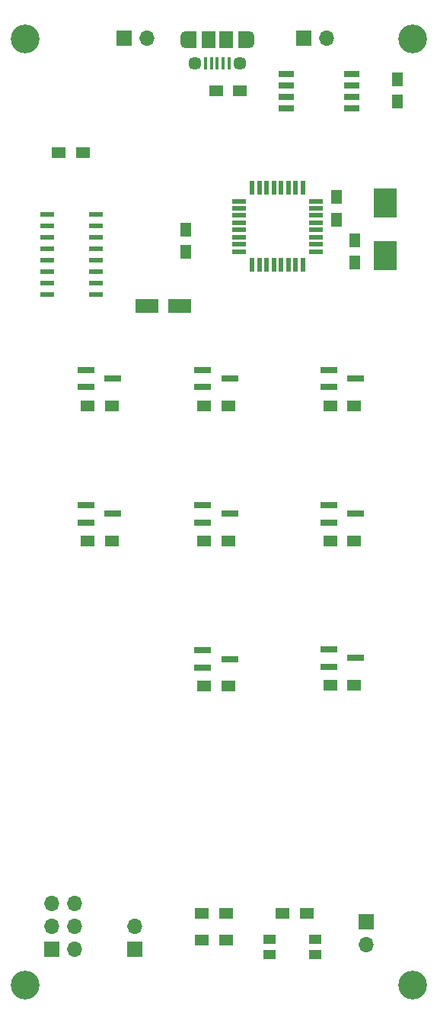
<source format=gbr>
%TF.GenerationSoftware,KiCad,Pcbnew,5.1.9*%
%TF.CreationDate,2021-02-07T10:05:35+01:00*%
%TF.ProjectId,afterglow_replay,61667465-7267-46c6-9f77-5f7265706c61,rev?*%
%TF.SameCoordinates,Original*%
%TF.FileFunction,Soldermask,Bot*%
%TF.FilePolarity,Negative*%
%FSLAX46Y46*%
G04 Gerber Fmt 4.6, Leading zero omitted, Abs format (unit mm)*
G04 Created by KiCad (PCBNEW 5.1.9) date 2021-02-07 10:05:35*
%MOMM*%
%LPD*%
G01*
G04 APERTURE LIST*
%ADD10O,1.700000X1.700000*%
%ADD11R,1.700000X1.700000*%
%ADD12R,2.600000X1.600000*%
%ADD13R,1.200000X1.900000*%
%ADD14O,1.200000X1.900000*%
%ADD15R,1.500000X1.900000*%
%ADD16C,1.450000*%
%ADD17R,0.400000X1.350000*%
%ADD18R,1.250000X1.500000*%
%ADD19C,3.200000*%
%ADD20R,1.450000X1.000000*%
%ADD21R,1.500000X1.300000*%
%ADD22R,1.900000X0.800000*%
%ADD23R,1.500000X0.600000*%
%ADD24R,2.500000X3.325000*%
%ADD25R,1.700000X0.650000*%
%ADD26R,0.550000X1.600000*%
%ADD27R,1.600000X0.550000*%
G04 APERTURE END LIST*
D10*
%TO.C,J6*%
X145540000Y-45900000D03*
D11*
X143000000Y-45900000D03*
%TD*%
D10*
%TO.C,J5*%
X125600000Y-45900000D03*
D11*
X123060000Y-45900000D03*
%TD*%
D12*
%TO.C,C2*%
X125600000Y-75600000D03*
X129200000Y-75600000D03*
%TD*%
D13*
%TO.C,J4*%
X130500000Y-46050000D03*
X136300000Y-46050000D03*
D14*
X136900000Y-46050000D03*
X129900000Y-46050000D03*
D15*
X132400000Y-46050000D03*
D16*
X135900000Y-48750000D03*
D17*
X133400000Y-48750000D03*
X134050000Y-48750000D03*
X134700000Y-48750000D03*
X132100000Y-48750000D03*
X132750000Y-48750000D03*
D16*
X130900000Y-48750000D03*
D15*
X134400000Y-46050000D03*
%TD*%
D18*
%TO.C,C3*%
X146700000Y-66050000D03*
X146700000Y-63550000D03*
%TD*%
%TO.C,C4*%
X148700000Y-70850000D03*
X148700000Y-68350000D03*
%TD*%
D19*
%TO.C,UL*%
X112000000Y-151000000D03*
%TD*%
%TO.C,REF\u002A\u002A*%
X155100000Y-151000000D03*
%TD*%
%TO.C,OR*%
X155100000Y-46000000D03*
%TD*%
%TO.C,OL*%
X112000000Y-46000000D03*
%TD*%
D20*
%TO.C,SW1*%
X144325000Y-147600000D03*
X139175000Y-147600000D03*
X139175000Y-145900000D03*
X144325000Y-145900000D03*
%TD*%
D10*
%TO.C,J1*%
X150000000Y-146540000D03*
D11*
X150000000Y-144000000D03*
%TD*%
D10*
%TO.C,J3*%
X117540000Y-141920000D03*
X115000000Y-141920000D03*
X117540000Y-144460000D03*
X115000000Y-144460000D03*
X117540000Y-147000000D03*
D11*
X115000000Y-147000000D03*
%TD*%
D10*
%TO.C,J2*%
X124250000Y-144460000D03*
D11*
X124250000Y-147000000D03*
%TD*%
D21*
%TO.C,R12*%
X131950000Y-101700000D03*
X134650000Y-101700000D03*
%TD*%
%TO.C,R11*%
X145950000Y-101700000D03*
X148650000Y-101700000D03*
%TD*%
%TO.C,R10*%
X131950000Y-86700000D03*
X134650000Y-86700000D03*
%TD*%
%TO.C,R9*%
X145950000Y-86700000D03*
X148650000Y-86700000D03*
%TD*%
%TO.C,R8*%
X118950000Y-86700000D03*
X121650000Y-86700000D03*
%TD*%
%TO.C,R7*%
X131950000Y-117800000D03*
X134650000Y-117800000D03*
%TD*%
%TO.C,R6*%
X118950000Y-101700000D03*
X121650000Y-101700000D03*
%TD*%
%TO.C,R5*%
X145950000Y-117700000D03*
X148650000Y-117700000D03*
%TD*%
D22*
%TO.C,Q8*%
X134800000Y-98700000D03*
X131800000Y-97750000D03*
X131800000Y-99650000D03*
%TD*%
%TO.C,Q7*%
X148800000Y-98700000D03*
X145800000Y-97750000D03*
X145800000Y-99650000D03*
%TD*%
%TO.C,Q6*%
X134800000Y-83700000D03*
X131800000Y-82750000D03*
X131800000Y-84650000D03*
%TD*%
%TO.C,Q5*%
X148800000Y-83700000D03*
X145800000Y-82750000D03*
X145800000Y-84650000D03*
%TD*%
%TO.C,Q4*%
X121800000Y-83700000D03*
X118800000Y-82750000D03*
X118800000Y-84650000D03*
%TD*%
%TO.C,Q3*%
X134800000Y-114800000D03*
X131800000Y-113850000D03*
X131800000Y-115750000D03*
%TD*%
%TO.C,Q2*%
X121800000Y-98700000D03*
X118800000Y-97750000D03*
X118800000Y-99650000D03*
%TD*%
%TO.C,Q1*%
X148800000Y-114700000D03*
X145800000Y-113750000D03*
X145800000Y-115650000D03*
%TD*%
D23*
%TO.C,U2*%
X119900000Y-74345000D03*
X119900000Y-73075000D03*
X119900000Y-71805000D03*
X119900000Y-70535000D03*
X119900000Y-69265000D03*
X119900000Y-67995000D03*
X119900000Y-66725000D03*
X119900000Y-65455000D03*
X114500000Y-65455000D03*
X114500000Y-66725000D03*
X114500000Y-67995000D03*
X114500000Y-69265000D03*
X114500000Y-70535000D03*
X114500000Y-71805000D03*
X114500000Y-73075000D03*
X114500000Y-74345000D03*
%TD*%
D21*
%TO.C,R4*%
X131650000Y-143000000D03*
X134350000Y-143000000D03*
%TD*%
%TO.C,R3*%
X115750000Y-58600000D03*
X118450000Y-58600000D03*
%TD*%
%TO.C,R2*%
X135950000Y-51800000D03*
X133250000Y-51800000D03*
%TD*%
%TO.C,D1*%
X134350000Y-146000000D03*
X131650000Y-146000000D03*
%TD*%
D24*
%TO.C,Y1*%
X152100000Y-70012500D03*
X152100000Y-64187500D03*
%TD*%
D25*
%TO.C,U4*%
X148350000Y-53705000D03*
X148350000Y-52435000D03*
X148350000Y-51165000D03*
X148350000Y-49895000D03*
X141050000Y-49895000D03*
X141050000Y-51165000D03*
X141050000Y-52435000D03*
X141050000Y-53705000D03*
%TD*%
D26*
%TO.C,U1*%
X142900000Y-62550000D03*
X142100000Y-62550000D03*
X141300000Y-62550000D03*
X140500000Y-62550000D03*
X139700000Y-62550000D03*
X138900000Y-62550000D03*
X138100000Y-62550000D03*
X137300000Y-62550000D03*
D27*
X135850000Y-64000000D03*
X135850000Y-64800000D03*
X135850000Y-65600000D03*
X135850000Y-66400000D03*
X135850000Y-67200000D03*
X135850000Y-68000000D03*
X135850000Y-68800000D03*
X135850000Y-69600000D03*
D26*
X137300000Y-71050000D03*
X138100000Y-71050000D03*
X138900000Y-71050000D03*
X139700000Y-71050000D03*
X140500000Y-71050000D03*
X141300000Y-71050000D03*
X142100000Y-71050000D03*
X142900000Y-71050000D03*
D27*
X144350000Y-69600000D03*
X144350000Y-68800000D03*
X144350000Y-68000000D03*
X144350000Y-67200000D03*
X144350000Y-66400000D03*
X144350000Y-65600000D03*
X144350000Y-64800000D03*
X144350000Y-64000000D03*
%TD*%
D21*
%TO.C,R1*%
X140650000Y-143000000D03*
X143350000Y-143000000D03*
%TD*%
D18*
%TO.C,C5*%
X153400000Y-50450000D03*
X153400000Y-52950000D03*
%TD*%
%TO.C,C1*%
X129900000Y-67150000D03*
X129900000Y-69650000D03*
%TD*%
M02*

</source>
